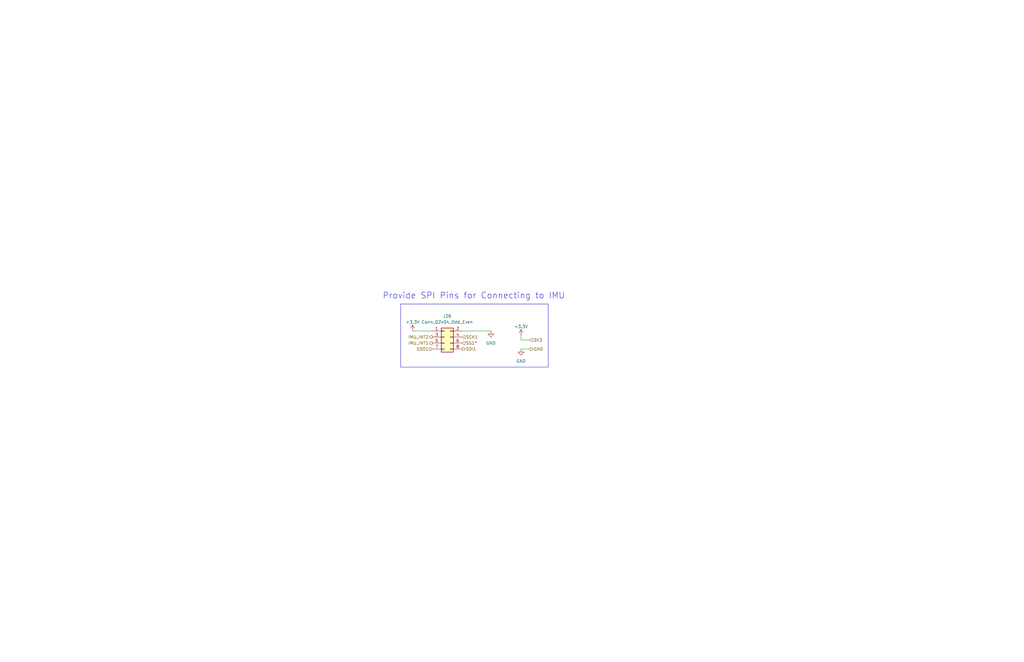
<source format=kicad_sch>
(kicad_sch (version 20250114) (generator "eeschema") (generator_version "9.0")
  (paper "B")
  (title_block (title "MCU Controller") (rev "0.3") (company "satomm@stanford.edu") (comment 1 "Department of Civil and Environmental Engineering") (comment 2 "Engineering Informatics Group") (comment 3 "Stanford University") (comment 4 "Matthew Sato"))
  (lib_symbols
    (symbol "Connector_Generic:Conn_02x04_Odd_Even" (pin_names (offset 1.016) (hide yes))
      (property "Reference" "J" (at 1.27 5.08 0))
      (property "Value" "Conn_02x04_Odd_Even" (at 1.27 -7.62 0))
      (symbol "Conn_02x04_Odd_Even_1_1"
        (rectangle (start -1.27 3.81) (end 3.81 -6.35) (stroke (width 0.254)) (fill (type background)))
        (rectangle (start -1.27 2.667) (end 0 2.413) (stroke (width 0.1524)))
        (rectangle (start -1.27 0.127) (end 0 -0.127) (stroke (width 0.1524)))
        (rectangle (start -1.27 -2.413) (end 0 -2.667) (stroke (width 0.1524)))
        (rectangle (start -1.27 -4.953) (end 0 -5.207) (stroke (width 0.1524)))
        (rectangle (start 3.81 2.667) (end 2.54 2.413) (stroke (width 0.1524)))
        (rectangle (start 3.81 0.127) (end 2.54 -0.127) (stroke (width 0.1524)))
        (rectangle (start 3.81 -2.413) (end 2.54 -2.667) (stroke (width 0.1524)))
        (rectangle (start 3.81 -4.953) (end 2.54 -5.207) (stroke (width 0.1524)))
        (pin passive line (at -5.08 2.54 0) (length 3.81) (name "Pin_1") (number "1"))
        (pin passive line (at -5.08 0 0) (length 3.81) (name "Pin_3") (number "3"))
        (pin passive line (at -5.08 -2.54 0) (length 3.81) (name "Pin_5") (number "5"))
        (pin passive line (at -5.08 -5.08 0) (length 3.81) (name "Pin_7") (number "7"))
        (pin passive line (at 7.62 2.54 180) (length 3.81) (name "Pin_2") (number "2"))
        (pin passive line (at 7.62 0 180) (length 3.81) (name "Pin_4") (number "4"))
        (pin passive line (at 7.62 -2.54 180) (length 3.81) (name "Pin_6") (number "6"))
        (pin passive line (at 7.62 -5.08 180) (length 3.81) (name "Pin_8") (number "8"))
      )
    )
    (symbol "power:+3.3V" (power) (pin_names (offset 0))
      (property "Value" "+3.3V" (at 0 3.556 0))
      (symbol "+3.3V_0_1"
        (polyline (pts (xy -0.762 1.27) (xy 0 2.54)))
        (polyline (pts (xy 0 2.54) (xy 0.762 1.27)))
        (polyline (pts (xy 0 0) (xy 0 2.54)))
      )
      (symbol "+3.3V_1_1"
        (pin power_in line (at 0 0 90) (length 0) (hide yes) (name "+3.3V") (number "1"))
      )
    )
    (symbol "power:GND" (power) (pin_names (offset 0))
      (property "Value" "GND" (at 0 -3.81 0))
      (symbol "GND_0_1"
        (polyline (pts (xy 0 0) (xy 0 -1.27) (xy 1.27 -1.27) (xy 0 -2.54) (xy -1.27 -1.27) (xy 0 -1.27)))
      )
      (symbol "GND_1_1"
        (pin power_in line (at 0 0 270) (length 0) (hide yes) (name "GND") (number "1"))
      )
    )
  )
  (rectangle (start 168.91 128.27) (end 231.14 154.94))
  (text "Provide SPI Pins for Connecting to IMU" (at 161.29 126.365 0) (effects (font (size 2.54 2.54)) (justify left bottom)))
  (wire (pts (xy 219.71 141.605) (xy 219.71 143.51)))
  (wire (pts (xy 207.01 139.7) (xy 194.945 139.7)))
  (wire (pts (xy 219.71 147.32) (xy 223.52 147.32)))
  (wire (pts (xy 173.99 139.7) (xy 182.245 139.7)))
  (wire (pts (xy 219.71 143.51) (xy 223.52 143.51)))
  (hierarchical_label "SDO1" (shape input) (at 182.245 147.32 180))
  (hierarchical_label "IMU_INT2" (shape output) (at 182.245 142.24 180))
  (hierarchical_label "IMU_INT1" (shape output) (at 182.245 144.78 180))
  (hierarchical_label "GND" (shape output) (at 223.52 147.32 0))
  (hierarchical_label "SS1*" (shape input) (at 194.945 144.78 0))
  (hierarchical_label "SCK1" (shape input) (at 194.945 142.24 0))
  (hierarchical_label "3V3" (shape input) (at 223.52 143.51 0))
  (hierarchical_label "SDI1" (shape output) (at 194.945 147.32 0))
  (symbol (lib_id "Connector_Generic:Conn_02x04_Odd_Even") (at 187.325 142.24 0) (unit 1)
    (property "Reference" "J26" (at 188.595 133.35 0))
    (property "Value" "Conn_02x04_Odd_Even" (at 188.595 135.89 0))
    (property "Footprint" "Connector_PinHeader_2.54mm:PinHeader_2x04_P2.54mm_Vertical" (effects (hide yes)))
    (property "Description" "CONN HEADER VERT 8POS 2.54MM" (effects (hide yes)))
    (property "Mfr" "METZ CONNECT USA Inc." (effects (hide yes)))
    (property "Mfr P/N" "PR20204VBDN" (effects (hide yes)))
    (property "Supplier 1" "DigiKey" (effects (hide yes)))
    (property "Supplier 1 P/N" "1849-PR20204VBDN-ND" (effects (hide yes)))
  )
  (symbol (lib_id "power:+3.3V") (at 219.71 141.605 0) (unit 1)
    (property "Reference" "#PWR073" (effects (hide yes)))
    (property "Value" "+3.3V" (at 219.71 137.795 0))
  )
  (symbol (lib_id "power:GND") (at 207.01 139.7 0) (unit 1)
    (property "Reference" "#PWR0165" (effects (hide yes)))
    (property "Value" "GND" (at 207.01 144.78 0))
  )
  (symbol (lib_id "power:GND") (at 219.71 147.32 0) (unit 1)
    (property "Reference" "#PWR074" (effects (hide yes)))
    (property "Value" "GND" (at 219.71 152.4 0))
  )
  (symbol (lib_id "power:+3.3V") (at 173.99 139.7 0) (unit 1)
    (property "Reference" "#PWR081" (effects (hide yes)))
    (property "Value" "+3.3V" (at 173.99 135.89 0))
  )
)
</source>
